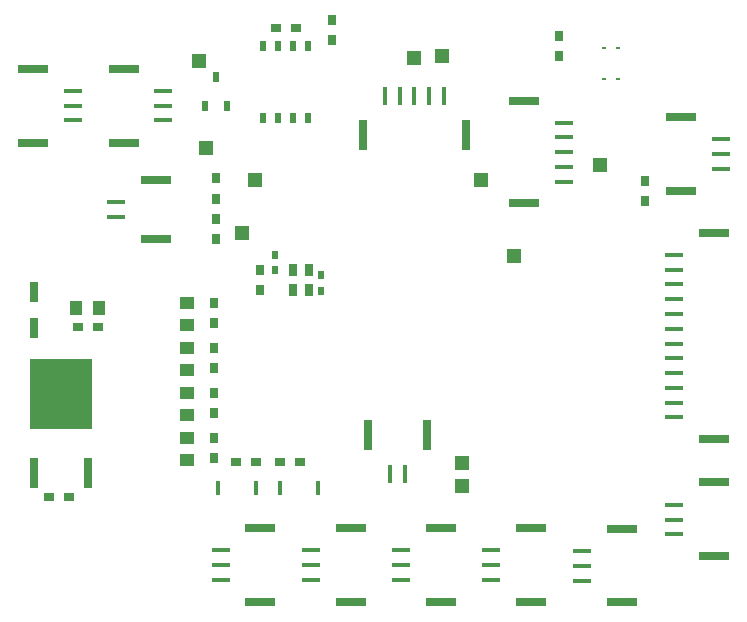
<source format=gbr>
G04 DipTrace 3.2.0.0*
G04 armboard1_layout_12PINCONNECTOR_TopPaste.gbr*
%MOMM*%
G04 #@! TF.FileFunction,Paste,Top*
G04 #@! TF.Part,Single*
%ADD50R,0.8X1.0*%
%ADD52R,5.35X5.95*%
%ADD54R,0.8X2.55*%
%ADD56R,0.562X0.943*%
%ADD58R,0.1X1.0*%
%ADD60R,1.0X0.1*%
%ADD62R,0.37X0.28*%
%ADD68R,0.4X1.5*%
%ADD70R,0.8X2.6*%
%ADD72R,1.5X0.4*%
%ADD74R,2.6X0.8*%
%ADD76R,1.1X1.3*%
%ADD78R,1.3X1.1*%
%ADD80R,0.6X0.85*%
%ADD82R,0.5X0.7*%
%ADD84R,0.8X1.8*%
%ADD86R,0.8X0.9*%
%ADD88R,0.9X0.8*%
%ADD90R,0.35X1.3*%
%ADD92R,1.3X1.3*%
%FSLAX35Y35*%
G04*
G71*
G90*
G75*
G01*
G04 TopPaste*
%LPD*%
D92*
X250000Y-1530000D3*
Y-1340000D3*
D90*
X-1495167Y-1544467D3*
X-1820167D3*
X-1295167D3*
X-970167D3*
D84*
X-3374337Y108763D3*
Y-191237D3*
D82*
X-1337860Y427757D3*
Y297757D3*
X-941027Y253150D3*
Y123150D3*
D86*
X1074983Y2278310D3*
Y2108310D3*
D88*
X-1158757Y2351250D3*
X-1328757D3*
X-3247333Y-1625567D3*
X-3077333D3*
D92*
X-1920000Y1330000D3*
X-1980000Y2070000D3*
D80*
X-1927580Y1690927D3*
X-1737580D3*
X-1832580Y1930927D3*
D78*
X-2075117Y-548490D3*
Y-358490D3*
Y-929490D3*
Y-739490D3*
Y-1310490D3*
Y-1120490D3*
Y-167490D3*
Y22510D3*
D76*
X-2827327Y-22057D3*
X-3017327D3*
D92*
X-1504373Y1060000D3*
X-1611997Y607980D3*
D74*
X2380587Y-1134200D3*
Y610800D3*
D72*
X2045587Y-199200D3*
Y-824200D3*
Y-699200D3*
Y-949200D3*
Y-574200D3*
Y-449200D3*
Y-74200D3*
Y-324200D3*
Y50800D3*
Y175800D3*
Y300800D3*
Y425800D3*
D74*
X-2341257Y563310D3*
Y1063310D3*
D72*
X-2676257Y748310D3*
Y873310D3*
D74*
X-1457093Y-2508900D3*
Y-1883900D3*
D72*
X-1792093Y-2323900D3*
Y-2198900D3*
Y-2073900D3*
D74*
X-691700Y-2508660D3*
Y-1883660D3*
D72*
X-1026700Y-2323660D3*
Y-2198660D3*
Y-2073660D3*
D74*
X71103Y-2510230D3*
Y-1885230D3*
D72*
X-263897Y-2325230D3*
Y-2200230D3*
Y-2075230D3*
D74*
X833713Y-2511137D3*
Y-1886137D3*
D72*
X498713Y-2326137D3*
Y-2201137D3*
Y-2076137D3*
D74*
X1602637Y-2516530D3*
Y-1891530D3*
D72*
X1267637Y-2331530D3*
Y-2206530D3*
Y-2081530D3*
D74*
X2383197Y-2124560D3*
Y-1499560D3*
D72*
X2048197Y-1939560D3*
Y-1814560D3*
Y-1689560D3*
D74*
X2103597Y1591317D3*
Y966317D3*
D72*
X2438597Y1406317D3*
Y1281317D3*
Y1156317D3*
D70*
X-587957Y1438053D3*
X282043D3*
D68*
X-277957Y1773053D3*
X-152957D3*
X-402957D3*
X-27957D3*
X97043D3*
D74*
X-2614573Y2000927D3*
Y1375927D3*
D72*
X-2279573Y1815927D3*
Y1690927D3*
Y1565927D3*
D74*
X778377Y1731297D3*
Y861297D3*
D72*
X1113377Y1421297D3*
Y1296297D3*
Y1546297D3*
Y1171297D3*
Y1046297D3*
D70*
X-47623Y-1095377D3*
X-547623D3*
D68*
X-232623Y-1430377D3*
X-357623D3*
D74*
X-3381373Y2000250D3*
Y1375250D3*
D72*
X-3046373Y1815250D3*
Y1690250D3*
Y1565250D3*
D88*
X-1125167Y-1324467D3*
X-1295167D3*
X-1665167D3*
X-1495167D3*
D86*
X-1834287Y903310D3*
Y1073310D3*
X-1830017Y729903D3*
Y559903D3*
X-1852857Y-1289990D3*
Y-1119990D3*
Y-908990D3*
Y-738990D3*
X-1852860Y-532613D3*
Y-362613D3*
Y-151613D3*
Y18387D3*
X-1464847Y126163D3*
Y296163D3*
X-847927Y2244857D3*
Y2414857D3*
D88*
X-2834587Y-181820D3*
X-3004587D3*
D86*
X1797027Y880913D3*
Y1050913D3*
D62*
X1570770Y1918450D3*
Y2180450D3*
X1454770Y1918450D3*
Y2180450D3*
D92*
X690000Y420000D3*
X1419953Y1190000D3*
D60*
X-575663Y286373D3*
Y236373D3*
Y186373D3*
Y136373D3*
Y86373D3*
Y36373D3*
Y-13627D3*
Y-63627D3*
Y-113627D3*
Y-163627D3*
Y-213627D3*
Y-263627D3*
Y-313627D3*
Y-363627D3*
Y-413627D3*
Y-463627D3*
D58*
X-375663Y-663627D3*
X-325663D3*
X-275663D3*
X-225663D3*
X-175663D3*
X-125663D3*
X-75663D3*
X-25663D3*
X24337D3*
X74337D3*
X124337D3*
X174337D3*
X224337D3*
X274337D3*
X324337D3*
X374337D3*
D60*
X574337Y-463627D3*
Y-413627D3*
Y-363627D3*
Y-313627D3*
Y-263627D3*
Y-213627D3*
Y-163627D3*
Y-113627D3*
Y-63627D3*
Y-13627D3*
Y36373D3*
Y86373D3*
Y136373D3*
Y186373D3*
Y236373D3*
Y286373D3*
D58*
X374337Y486373D3*
X324337D3*
X274337D3*
X224337D3*
X174337D3*
X124337D3*
X74337D3*
X24337D3*
X-25663D3*
X-75663D3*
X-125663D3*
X-175663D3*
X-225663D3*
X-275663D3*
X-325663D3*
X-375663D3*
D56*
X-1058137Y2194483D3*
X-1185137D3*
X-1312137D3*
X-1439137D3*
Y1583617D3*
X-1312137D3*
X-1185137D3*
X-1058137D3*
D54*
X-3373420Y-1423030D3*
X-2917420D3*
D52*
X-3145420Y-753030D3*
D92*
X-160000Y2096337D3*
X80000Y2106337D3*
X410000Y1062750D3*
D50*
X-1179097Y130453D3*
X-1049097D3*
X-1179097Y300453D3*
X-1049097D3*
M02*

</source>
